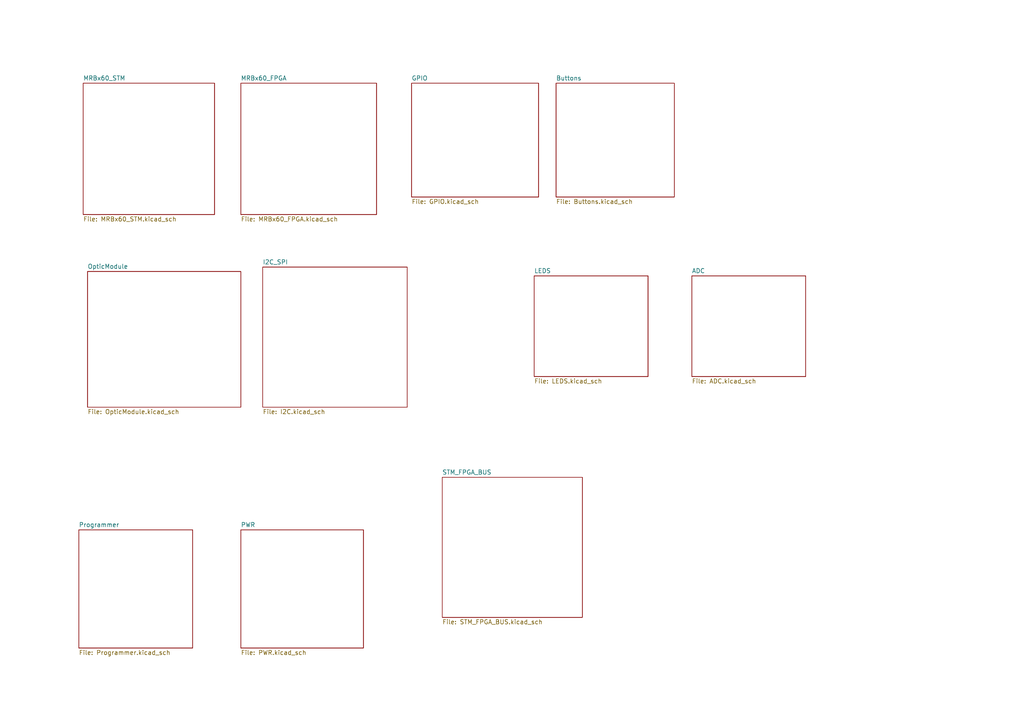
<source format=kicad_sch>
(kicad_sch (version 20230121) (generator eeschema)

  (uuid fd34cfbe-85d5-407d-b5ab-43ea09af45be)

  (paper "A4")

  (lib_symbols
  )


  (sheet (at 22.86 153.67) (size 33.02 34.29) (fields_autoplaced)
    (stroke (width 0.1524) (type solid))
    (fill (color 0 0 0 0.0000))
    (uuid 07e96fba-ee87-410a-ba3b-0609bbcf0293)
    (property "Sheetname" "Programmer" (at 22.86 152.9584 0)
      (effects (font (size 1.27 1.27)) (justify left bottom))
    )
    (property "Sheetfile" "Programmer.kicad_sch" (at 22.86 188.5446 0)
      (effects (font (size 1.27 1.27)) (justify left top))
    )
    (instances
      (project "MRBx60"
        (path "/fd34cfbe-85d5-407d-b5ab-43ea09af45be" (page "9"))
      )
    )
  )

  (sheet (at 69.85 24.13) (size 39.37 38.1) (fields_autoplaced)
    (stroke (width 0.1524) (type solid))
    (fill (color 0 0 0 0.0000))
    (uuid 09e69f50-2504-408a-91f3-1878520788be)
    (property "Sheetname" "MRBx60_FPGA" (at 69.85 23.4184 0)
      (effects (font (size 1.27 1.27)) (justify left bottom))
    )
    (property "Sheetfile" "MRBx60_FPGA.kicad_sch" (at 69.85 62.8146 0)
      (effects (font (size 1.27 1.27)) (justify left top))
    )
    (instances
      (project "MRBx60"
        (path "/fd34cfbe-85d5-407d-b5ab-43ea09af45be" (page "3"))
      )
    )
  )

  (sheet (at 119.38 24.13) (size 36.83 33.02) (fields_autoplaced)
    (stroke (width 0.1524) (type solid))
    (fill (color 0 0 0 0.0000))
    (uuid 224f0b89-9044-460b-a8af-efd7b24d9c9e)
    (property "Sheetname" "GPIO" (at 119.38 23.4184 0)
      (effects (font (size 1.27 1.27)) (justify left bottom))
    )
    (property "Sheetfile" "GPIO.kicad_sch" (at 119.38 57.7346 0)
      (effects (font (size 1.27 1.27)) (justify left top))
    )
    (instances
      (project "MRBx60"
        (path "/fd34cfbe-85d5-407d-b5ab-43ea09af45be" (page "4"))
      )
    )
  )

  (sheet (at 200.66 80.01) (size 33.02 29.21) (fields_autoplaced)
    (stroke (width 0.1524) (type solid))
    (fill (color 0 0 0 0.0000))
    (uuid 7b016780-cdd0-425d-a764-a01fc721ac21)
    (property "Sheetname" "ADC" (at 200.66 79.2984 0)
      (effects (font (size 1.27 1.27)) (justify left bottom))
    )
    (property "Sheetfile" "ADC.kicad_sch" (at 200.66 109.8046 0)
      (effects (font (size 1.27 1.27)) (justify left top))
    )
    (instances
      (project "MRBx60"
        (path "/fd34cfbe-85d5-407d-b5ab-43ea09af45be" (page "12"))
      )
    )
  )

  (sheet (at 76.2 77.47) (size 41.91 40.64) (fields_autoplaced)
    (stroke (width 0.1524) (type solid))
    (fill (color 0 0 0 0.0000))
    (uuid 99e2bb71-767c-43bc-a873-2ff0dc6711ba)
    (property "Sheetname" "I2C_SPI" (at 76.2 76.7584 0)
      (effects (font (size 1.27 1.27)) (justify left bottom))
    )
    (property "Sheetfile" "I2C.kicad_sch" (at 76.2 118.6946 0)
      (effects (font (size 1.27 1.27)) (justify left top))
    )
    (instances
      (project "MRBx60"
        (path "/fd34cfbe-85d5-407d-b5ab-43ea09af45be" (page "11"))
      )
    )
  )

  (sheet (at 128.27 138.43) (size 40.64 40.64) (fields_autoplaced)
    (stroke (width 0.1524) (type solid))
    (fill (color 0 0 0 0.0000))
    (uuid a699da16-d8b3-4121-8f17-5dd0236c1bf2)
    (property "Sheetname" "STM_FPGA_BUS" (at 128.27 137.7184 0)
      (effects (font (size 1.27 1.27)) (justify left bottom))
    )
    (property "Sheetfile" "STM_FPGA_BUS.kicad_sch" (at 128.27 179.6546 0)
      (effects (font (size 1.27 1.27)) (justify left top))
    )
    (instances
      (project "MRBx60"
        (path "/fd34cfbe-85d5-407d-b5ab-43ea09af45be" (page "12"))
      )
    )
  )

  (sheet (at 161.29 24.13) (size 34.29 33.02) (fields_autoplaced)
    (stroke (width 0.1524) (type solid))
    (fill (color 0 0 0 0.0000))
    (uuid babe666e-7d2f-4189-ab17-8ca2cba071e4)
    (property "Sheetname" "Buttons" (at 161.29 23.4184 0)
      (effects (font (size 1.27 1.27)) (justify left bottom))
    )
    (property "Sheetfile" "Buttons.kicad_sch" (at 161.29 57.7346 0)
      (effects (font (size 1.27 1.27)) (justify left top))
    )
    (instances
      (project "MRBx60"
        (path "/fd34cfbe-85d5-407d-b5ab-43ea09af45be" (page "5"))
      )
    )
  )

  (sheet (at 154.94 80.01) (size 33.02 29.21) (fields_autoplaced)
    (stroke (width 0.1524) (type solid))
    (fill (color 0 0 0 0.0000))
    (uuid caf3be58-44e8-4fb7-83ea-a9c6223ce203)
    (property "Sheetname" "LEDS" (at 154.94 79.2984 0)
      (effects (font (size 1.27 1.27)) (justify left bottom))
    )
    (property "Sheetfile" "LEDS.kicad_sch" (at 154.94 109.8046 0)
      (effects (font (size 1.27 1.27)) (justify left top))
    )
    (instances
      (project "MRBx60"
        (path "/fd34cfbe-85d5-407d-b5ab-43ea09af45be" (page "6"))
      )
    )
  )

  (sheet (at 25.4 78.74) (size 44.45 39.37) (fields_autoplaced)
    (stroke (width 0.1524) (type solid))
    (fill (color 0 0 0 0.0000))
    (uuid de2e51f5-26a5-4845-bc00-a240b2b87d1e)
    (property "Sheetname" "OpticModule" (at 25.4 78.0284 0)
      (effects (font (size 1.27 1.27)) (justify left bottom))
    )
    (property "Sheetfile" "OpticModule.kicad_sch" (at 25.4 118.6946 0)
      (effects (font (size 1.27 1.27)) (justify left top))
    )
    (instances
      (project "MRBx60"
        (path "/fd34cfbe-85d5-407d-b5ab-43ea09af45be" (page "8"))
      )
    )
  )

  (sheet (at 69.85 153.67) (size 35.56 34.29) (fields_autoplaced)
    (stroke (width 0.1524) (type solid))
    (fill (color 0 0 0 0.0000))
    (uuid e31d4a40-8d1f-4f7f-ae70-b8eeda209d57)
    (property "Sheetname" "PWR" (at 69.85 152.9584 0)
      (effects (font (size 1.27 1.27)) (justify left bottom))
    )
    (property "Sheetfile" "PWR.kicad_sch" (at 69.85 188.5446 0)
      (effects (font (size 1.27 1.27)) (justify left top))
    )
    (instances
      (project "MRBx60"
        (path "/fd34cfbe-85d5-407d-b5ab-43ea09af45be" (page "10"))
      )
    )
  )

  (sheet (at 24.13 24.13) (size 38.1 38.1) (fields_autoplaced)
    (stroke (width 0.1524) (type solid))
    (fill (color 0 0 0 0.0000))
    (uuid f5ba313b-5acb-46e2-b04a-5a598b20db86)
    (property "Sheetname" "MRBx60_STM" (at 24.13 23.4184 0)
      (effects (font (size 1.27 1.27)) (justify left bottom))
    )
    (property "Sheetfile" "MRBx60_STM.kicad_sch" (at 24.13 62.8146 0)
      (effects (font (size 1.27 1.27)) (justify left top))
    )
    (instances
      (project "MRBx60"
        (path "/fd34cfbe-85d5-407d-b5ab-43ea09af45be" (page "2"))
      )
    )
  )

  (sheet_instances
    (path "/" (page "1"))
  )
)

</source>
